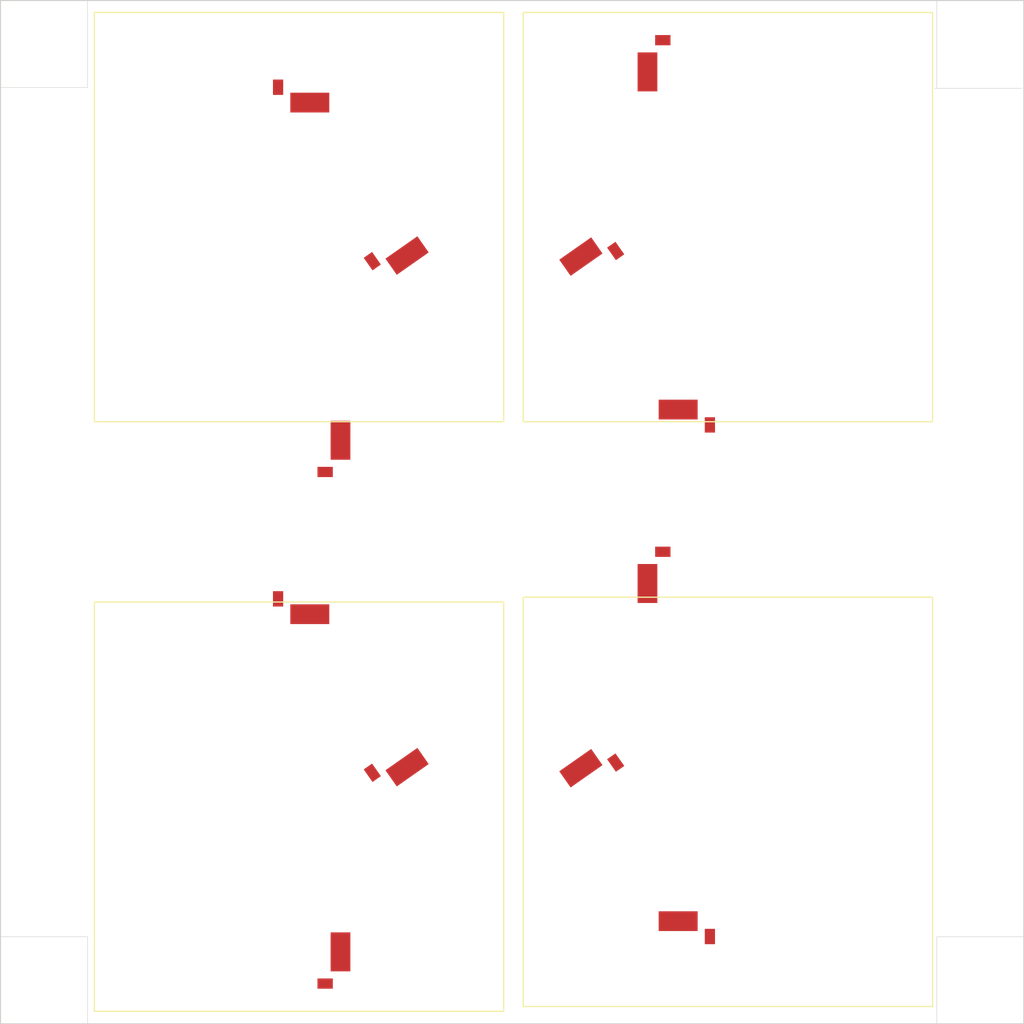
<source format=kicad_pcb>
(kicad_pcb (version 20171130) (host pcbnew 5.1.4+dfsg1-1)

  (general
    (thickness 1.6)
    (drawings 28)
    (tracks 0)
    (zones 0)
    (modules 12)
    (nets 12)
  )

  (page A4)
  (layers
    (0 F.Cu signal hide)
    (31 B.Cu signal hide)
    (32 B.Adhes user hide)
    (33 F.Adhes user hide)
    (34 B.Paste user hide)
    (35 F.Paste user)
    (36 B.SilkS user hide)
    (37 F.SilkS user)
    (38 B.Mask user hide)
    (39 F.Mask user hide)
    (40 Dwgs.User user hide)
    (41 Cmts.User user hide)
    (42 Eco1.User user hide)
    (43 Eco2.User user hide)
    (44 Edge.Cuts user)
    (45 Margin user hide)
    (46 B.CrtYd user hide)
    (47 F.CrtYd user hide)
    (48 B.Fab user hide)
    (49 F.Fab user hide)
  )

  (setup
    (last_trace_width 0.25)
    (trace_clearance 0.2)
    (zone_clearance 0.508)
    (zone_45_only no)
    (trace_min 0.2)
    (via_size 0.8)
    (via_drill 0.4)
    (via_min_size 0.4)
    (via_min_drill 0.3)
    (uvia_size 0.3)
    (uvia_drill 0.1)
    (uvias_allowed no)
    (uvia_min_size 0.2)
    (uvia_min_drill 0.1)
    (edge_width 0.05)
    (segment_width 0.2)
    (pcb_text_width 0.3)
    (pcb_text_size 1.5 1.5)
    (mod_edge_width 0.12)
    (mod_text_size 1 1)
    (mod_text_width 0.15)
    (pad_size 1.524 1.524)
    (pad_drill 0.762)
    (pad_to_mask_clearance 0.051)
    (solder_mask_min_width 0.25)
    (aux_axis_origin 0 0)
    (grid_origin 27.572 22.9922)
    (visible_elements 7FFFF7FF)
    (pcbplotparams
      (layerselection 0x010fc_ffffffff)
      (usegerberextensions false)
      (usegerberattributes false)
      (usegerberadvancedattributes false)
      (creategerberjobfile false)
      (excludeedgelayer true)
      (linewidth 0.100000)
      (plotframeref false)
      (viasonmask false)
      (mode 1)
      (useauxorigin false)
      (hpglpennumber 1)
      (hpglpenspeed 20)
      (hpglpendiameter 15.000000)
      (psnegative false)
      (psa4output false)
      (plotreference true)
      (plotvalue true)
      (plotinvisibletext false)
      (padsonsilk false)
      (subtractmaskfromsilk false)
      (outputformat 1)
      (mirror false)
      (drillshape 1)
      (scaleselection 1)
      (outputdirectory ""))
  )

  (net 0 "")
  (net 1 VCC)
  (net 2 "Net-(SC1-Pad2)")
  (net 3 "Net-(SC2-Pad2)")
  (net 4 "Net-(SC3-Pad2)")
  (net 5 GND)
  (net 6 "Net-(SC5-Pad2)")
  (net 7 "Net-(SC6-Pad2)")
  (net 8 "Net-(SC7-Pad2)")
  (net 9 "Net-(SC10-Pad1)")
  (net 10 "Net-(SC10-Pad2)")
  (net 11 "Net-(SC11-Pad2)")

  (net_class Default "Ceci est la Netclass par défaut."
    (clearance 0.2)
    (trace_width 0.25)
    (via_dia 0.8)
    (via_drill 0.4)
    (uvia_dia 0.3)
    (uvia_drill 0.1)
    (add_net GND)
    (add_net "Net-(SC1-Pad2)")
    (add_net "Net-(SC10-Pad1)")
    (add_net "Net-(SC10-Pad2)")
    (add_net "Net-(SC11-Pad2)")
    (add_net "Net-(SC2-Pad2)")
    (add_net "Net-(SC3-Pad2)")
    (add_net "Net-(SC5-Pad2)")
    (add_net "Net-(SC6-Pad2)")
    (add_net "Net-(SC7-Pad2)")
    (add_net VCC)
  )

  (module Sprite:TRISOLX-T01 (layer F.Cu) (tedit 5E345757) (tstamp 5E39C15C)
    (at 55.799 67.968 270)
    (path /5E39E691)
    (fp_text reference SC12 (at 0 0 90) (layer F.SilkS) hide
      (effects (font (size 1.27 1.27) (thickness 0.15)))
    )
    (fp_text value Solar_Cell (at 0 0 90) (layer F.SilkS) hide
      (effects (font (size 1.27 1.27) (thickness 0.15)))
    )
    (fp_line (start 0.25 0.25) (end -27.277 0.249) (layer F.Fab) (width 0.127))
    (fp_line (start 0.25 0.25) (end 0.25 -10.25) (layer F.Fab) (width 0.127))
    (fp_arc (start 0.169974 40.65044) (end 0.25 -10.25) (angle -25.5) (layer F.Fab) (width 0.127))
    (fp_line (start -21.671 -5.326) (end -27.277 0.249) (layer F.Fab) (width 0.127))
    (fp_poly (pts (xy -0.127 -0.127) (xy -26.373 -0.127) (xy -21.418 -5.065) (xy -19.986138 -5.712486)
      (xy -18.534794 -6.315038) (xy -17.065379 -6.872072) (xy -15.57932 -7.383046) (xy -14.078059 -7.847463)
      (xy -12.563056 -8.264874) (xy -11.035781 -8.634872) (xy -9.497718 -8.957098) (xy -7.950361 -9.231239)
      (xy -6.395213 -9.457029) (xy -4.833784 -9.634249) (xy -3.267591 -9.762726) (xy -1.698155 -9.842335)
      (xy -0.127 -9.873)) (layer Dwgs.User) (width 0))
    (fp_poly (pts (xy 0 0) (xy -26.5 0) (xy -20.45 -6.05) (xy -19.06143 -6.613703)
      (xy -17.656589 -7.135539) (xy -16.236741 -7.615039) (xy -14.80316 -8.051771) (xy -13.357135 -8.445344)
      (xy -11.899964 -8.795404) (xy -10.432957 -9.101637) (xy -8.957431 -9.363766) (xy -7.474712 -9.581558)
      (xy -5.986132 -9.754816) (xy -4.493028 -9.883385) (xy -2.996741 -9.967148) (xy 0 -10)) (layer F.Mask) (width 0))
    (fp_poly (pts (xy 0.03 0.02) (xy -26.55 0.02) (xy -20.45 -6.05) (xy -19.06143 -6.613703)
      (xy -17.656589 -7.135539) (xy -16.236741 -7.615039) (xy -14.80316 -8.051771) (xy -13.357135 -8.445344)
      (xy -11.899964 -8.795404) (xy -10.432957 -9.101637) (xy -8.957431 -9.363766) (xy -7.474712 -9.581558)
      (xy -5.986132 -9.754816) (xy -4.493028 -9.883385) (xy -2.996741 -9.967148) (xy 0 -10)) (layer F.Paste) (width 0))
    (pad 2 smd rect (at -2 -5 270) (size 3.81 1.9304) (layers F.Cu F.Paste F.Mask)
      (net 5 GND) (solder_mask_margin 0.0762) (zone_connect 2))
    (pad 1 smd rect (at 1.1 -3.5 270) (size 1 1.5) (layers F.Cu F.Paste F.Mask)
      (net 11 "Net-(SC11-Pad2)") (solder_mask_margin 0.0762))
  )

  (module Sprite:TRISOLX-T01 (layer F.Cu) (tedit 5E345757) (tstamp 5E39C180)
    (at 95.799 67.968)
    (path /5E39E68B)
    (fp_text reference SC11 (at 0 0) (layer F.SilkS) hide
      (effects (font (size 1.27 1.27) (thickness 0.15)))
    )
    (fp_text value Solar_Cell (at 0 0) (layer F.SilkS) hide
      (effects (font (size 1.27 1.27) (thickness 0.15)))
    )
    (fp_line (start 0.25 0.25) (end -27.277 0.249) (layer F.Fab) (width 0.127))
    (fp_line (start 0.25 0.25) (end 0.25 -10.25) (layer F.Fab) (width 0.127))
    (fp_arc (start 0.169974 40.65044) (end 0.25 -10.25) (angle -25.5) (layer F.Fab) (width 0.127))
    (fp_line (start -21.671 -5.326) (end -27.277 0.249) (layer F.Fab) (width 0.127))
    (fp_poly (pts (xy -0.127 -0.127) (xy -26.373 -0.127) (xy -21.418 -5.065) (xy -19.986138 -5.712486)
      (xy -18.534794 -6.315038) (xy -17.065379 -6.872072) (xy -15.57932 -7.383046) (xy -14.078059 -7.847463)
      (xy -12.563056 -8.264874) (xy -11.035781 -8.634872) (xy -9.497718 -8.957098) (xy -7.950361 -9.231239)
      (xy -6.395213 -9.457029) (xy -4.833784 -9.634249) (xy -3.267591 -9.762726) (xy -1.698155 -9.842335)
      (xy -0.127 -9.873)) (layer Dwgs.User) (width 0))
    (fp_poly (pts (xy 0 0) (xy -26.5 0) (xy -20.45 -6.05) (xy -19.06143 -6.613703)
      (xy -17.656589 -7.135539) (xy -16.236741 -7.615039) (xy -14.80316 -8.051771) (xy -13.357135 -8.445344)
      (xy -11.899964 -8.795404) (xy -10.432957 -9.101637) (xy -8.957431 -9.363766) (xy -7.474712 -9.581558)
      (xy -5.986132 -9.754816) (xy -4.493028 -9.883385) (xy -2.996741 -9.967148) (xy 0 -10)) (layer F.Mask) (width 0))
    (fp_poly (pts (xy 0.03 0.02) (xy -26.55 0.02) (xy -20.45 -6.05) (xy -19.06143 -6.613703)
      (xy -17.656589 -7.135539) (xy -16.236741 -7.615039) (xy -14.80316 -8.051771) (xy -13.357135 -8.445344)
      (xy -11.899964 -8.795404) (xy -10.432957 -9.101637) (xy -8.957431 -9.363766) (xy -7.474712 -9.581558)
      (xy -5.986132 -9.754816) (xy -4.493028 -9.883385) (xy -2.996741 -9.967148) (xy 0 -10)) (layer F.Paste) (width 0))
    (pad 2 smd rect (at -2 -5) (size 3.81 1.9304) (layers F.Cu F.Paste F.Mask)
      (net 11 "Net-(SC11-Pad2)") (solder_mask_margin 0.0762) (zone_connect 2))
    (pad 1 smd rect (at 1.1 -3.5) (size 1 1.5) (layers F.Cu F.Paste F.Mask)
      (net 10 "Net-(SC10-Pad2)") (solder_mask_margin 0.0762))
  )

  (module Sprite:TRISOLX-T01 (layer F.Cu) (tedit 5E345757) (tstamp 5E39C138)
    (at 95.799 27.968 90)
    (path /5E39E685)
    (fp_text reference SC10 (at 0 0 90) (layer F.SilkS) hide
      (effects (font (size 1.27 1.27) (thickness 0.15)))
    )
    (fp_text value Solar_Cell (at 0 0 90) (layer F.SilkS) hide
      (effects (font (size 1.27 1.27) (thickness 0.15)))
    )
    (fp_line (start 0.25 0.25) (end -27.277 0.249) (layer F.Fab) (width 0.127))
    (fp_line (start 0.25 0.25) (end 0.25 -10.25) (layer F.Fab) (width 0.127))
    (fp_arc (start 0.169974 40.65044) (end 0.25 -10.25) (angle -25.5) (layer F.Fab) (width 0.127))
    (fp_line (start -21.671 -5.326) (end -27.277 0.249) (layer F.Fab) (width 0.127))
    (fp_poly (pts (xy -0.127 -0.127) (xy -26.373 -0.127) (xy -21.418 -5.065) (xy -19.986138 -5.712486)
      (xy -18.534794 -6.315038) (xy -17.065379 -6.872072) (xy -15.57932 -7.383046) (xy -14.078059 -7.847463)
      (xy -12.563056 -8.264874) (xy -11.035781 -8.634872) (xy -9.497718 -8.957098) (xy -7.950361 -9.231239)
      (xy -6.395213 -9.457029) (xy -4.833784 -9.634249) (xy -3.267591 -9.762726) (xy -1.698155 -9.842335)
      (xy -0.127 -9.873)) (layer Dwgs.User) (width 0))
    (fp_poly (pts (xy 0 0) (xy -26.5 0) (xy -20.45 -6.05) (xy -19.06143 -6.613703)
      (xy -17.656589 -7.135539) (xy -16.236741 -7.615039) (xy -14.80316 -8.051771) (xy -13.357135 -8.445344)
      (xy -11.899964 -8.795404) (xy -10.432957 -9.101637) (xy -8.957431 -9.363766) (xy -7.474712 -9.581558)
      (xy -5.986132 -9.754816) (xy -4.493028 -9.883385) (xy -2.996741 -9.967148) (xy 0 -10)) (layer F.Mask) (width 0))
    (fp_poly (pts (xy 0.03 0.02) (xy -26.55 0.02) (xy -20.45 -6.05) (xy -19.06143 -6.613703)
      (xy -17.656589 -7.135539) (xy -16.236741 -7.615039) (xy -14.80316 -8.051771) (xy -13.357135 -8.445344)
      (xy -11.899964 -8.795404) (xy -10.432957 -9.101637) (xy -8.957431 -9.363766) (xy -7.474712 -9.581558)
      (xy -5.986132 -9.754816) (xy -4.493028 -9.883385) (xy -2.996741 -9.967148) (xy 0 -10)) (layer F.Paste) (width 0))
    (pad 2 smd rect (at -2 -5 90) (size 3.81 1.9304) (layers F.Cu F.Paste F.Mask)
      (net 10 "Net-(SC10-Pad2)") (solder_mask_margin 0.0762) (zone_connect 2))
    (pad 1 smd rect (at 1.1 -3.5 90) (size 1 1.5) (layers F.Cu F.Paste F.Mask)
      (net 9 "Net-(SC10-Pad1)") (solder_mask_margin 0.0762))
  )

  (module Sprite:TRISOLX-T01 (layer F.Cu) (tedit 5E345757) (tstamp 5E39C06C)
    (at 88.799 100.968 35)
    (path /5E39E67F)
    (fp_text reference SC9 (at 0 0 35) (layer F.SilkS) hide
      (effects (font (size 1.27 1.27) (thickness 0.15)))
    )
    (fp_text value Solar_Cell (at 0 0 35) (layer F.SilkS) hide
      (effects (font (size 1.27 1.27) (thickness 0.15)))
    )
    (fp_line (start 0.25 0.25) (end -27.277 0.249) (layer F.Fab) (width 0.127))
    (fp_line (start 0.25 0.25) (end 0.25 -10.25) (layer F.Fab) (width 0.127))
    (fp_arc (start 0.169974 40.65044) (end 0.25 -10.25) (angle -25.5) (layer F.Fab) (width 0.127))
    (fp_line (start -21.671 -5.326) (end -27.277 0.249) (layer F.Fab) (width 0.127))
    (fp_poly (pts (xy -0.127 -0.127) (xy -26.373 -0.127) (xy -21.418 -5.065) (xy -19.986138 -5.712486)
      (xy -18.534794 -6.315038) (xy -17.065379 -6.872072) (xy -15.57932 -7.383046) (xy -14.078059 -7.847463)
      (xy -12.563056 -8.264874) (xy -11.035781 -8.634872) (xy -9.497718 -8.957098) (xy -7.950361 -9.231239)
      (xy -6.395213 -9.457029) (xy -4.833784 -9.634249) (xy -3.267591 -9.762726) (xy -1.698155 -9.842335)
      (xy -0.127 -9.873)) (layer Dwgs.User) (width 0))
    (fp_poly (pts (xy 0 0) (xy -26.5 0) (xy -20.45 -6.05) (xy -19.06143 -6.613703)
      (xy -17.656589 -7.135539) (xy -16.236741 -7.615039) (xy -14.80316 -8.051771) (xy -13.357135 -8.445344)
      (xy -11.899964 -8.795404) (xy -10.432957 -9.101637) (xy -8.957431 -9.363766) (xy -7.474712 -9.581558)
      (xy -5.986132 -9.754816) (xy -4.493028 -9.883385) (xy -2.996741 -9.967148) (xy 0 -10)) (layer F.Mask) (width 0))
    (fp_poly (pts (xy 0.03 0.02) (xy -26.55 0.02) (xy -20.45 -6.05) (xy -19.06143 -6.613703)
      (xy -17.656589 -7.135539) (xy -16.236741 -7.615039) (xy -14.80316 -8.051771) (xy -13.357135 -8.445344)
      (xy -11.899964 -8.795404) (xy -10.432957 -9.101637) (xy -8.957431 -9.363766) (xy -7.474712 -9.581558)
      (xy -5.986132 -9.754816) (xy -4.493028 -9.883385) (xy -2.996741 -9.967148) (xy 0 -10)) (layer F.Paste) (width 0))
    (pad 2 smd rect (at -2 -5 35) (size 3.81 1.9304) (layers F.Cu F.Paste F.Mask)
      (net 9 "Net-(SC10-Pad1)") (solder_mask_margin 0.0762) (zone_connect 2))
    (pad 1 smd rect (at 1.1 -3.5 35) (size 1 1.5) (layers F.Cu F.Paste F.Mask)
      (net 1 VCC) (solder_mask_margin 0.0762))
  )

  (module Sprite:TRISOLX-T01 (layer F.Cu) (tedit 5E345757) (tstamp 5E39C090)
    (at 55.799 27.968 180)
    (path /5E39D461)
    (fp_text reference SC8 (at 0 0) (layer F.SilkS) hide
      (effects (font (size 1.27 1.27) (thickness 0.15)))
    )
    (fp_text value Solar_Cell (at 0 0) (layer F.SilkS) hide
      (effects (font (size 1.27 1.27) (thickness 0.15)))
    )
    (fp_line (start 0.25 0.25) (end -27.277 0.249) (layer F.Fab) (width 0.127))
    (fp_line (start 0.25 0.25) (end 0.25 -10.25) (layer F.Fab) (width 0.127))
    (fp_arc (start 0.169974 40.65044) (end 0.25 -10.25) (angle -25.5) (layer F.Fab) (width 0.127))
    (fp_line (start -21.671 -5.326) (end -27.277 0.249) (layer F.Fab) (width 0.127))
    (fp_poly (pts (xy -0.127 -0.127) (xy -26.373 -0.127) (xy -21.418 -5.065) (xy -19.986138 -5.712486)
      (xy -18.534794 -6.315038) (xy -17.065379 -6.872072) (xy -15.57932 -7.383046) (xy -14.078059 -7.847463)
      (xy -12.563056 -8.264874) (xy -11.035781 -8.634872) (xy -9.497718 -8.957098) (xy -7.950361 -9.231239)
      (xy -6.395213 -9.457029) (xy -4.833784 -9.634249) (xy -3.267591 -9.762726) (xy -1.698155 -9.842335)
      (xy -0.127 -9.873)) (layer Dwgs.User) (width 0))
    (fp_poly (pts (xy 0 0) (xy -26.5 0) (xy -20.45 -6.05) (xy -19.06143 -6.613703)
      (xy -17.656589 -7.135539) (xy -16.236741 -7.615039) (xy -14.80316 -8.051771) (xy -13.357135 -8.445344)
      (xy -11.899964 -8.795404) (xy -10.432957 -9.101637) (xy -8.957431 -9.363766) (xy -7.474712 -9.581558)
      (xy -5.986132 -9.754816) (xy -4.493028 -9.883385) (xy -2.996741 -9.967148) (xy 0 -10)) (layer F.Mask) (width 0))
    (fp_poly (pts (xy 0.03 0.02) (xy -26.55 0.02) (xy -20.45 -6.05) (xy -19.06143 -6.613703)
      (xy -17.656589 -7.135539) (xy -16.236741 -7.615039) (xy -14.80316 -8.051771) (xy -13.357135 -8.445344)
      (xy -11.899964 -8.795404) (xy -10.432957 -9.101637) (xy -8.957431 -9.363766) (xy -7.474712 -9.581558)
      (xy -5.986132 -9.754816) (xy -4.493028 -9.883385) (xy -2.996741 -9.967148) (xy 0 -10)) (layer F.Paste) (width 0))
    (pad 2 smd rect (at -2 -5 180) (size 3.81 1.9304) (layers F.Cu F.Paste F.Mask)
      (net 5 GND) (solder_mask_margin 0.0762) (zone_connect 2))
    (pad 1 smd rect (at 1.1 -3.5 180) (size 1 1.5) (layers F.Cu F.Paste F.Mask)
      (net 8 "Net-(SC7-Pad2)") (solder_mask_margin 0.0762))
  )

  (module Sprite:TRISOLX-T01 (layer F.Cu) (tedit 5E345757) (tstamp 5E39C0B4)
    (at 62.799 94.968 215)
    (path /5E39D45B)
    (fp_text reference SC7 (at 0 0 35) (layer F.SilkS) hide
      (effects (font (size 1.27 1.27) (thickness 0.15)))
    )
    (fp_text value Solar_Cell (at 0 0 35) (layer F.SilkS) hide
      (effects (font (size 1.27 1.27) (thickness 0.15)))
    )
    (fp_line (start 0.25 0.25) (end -27.277 0.249) (layer F.Fab) (width 0.127))
    (fp_line (start 0.25 0.25) (end 0.25 -10.25) (layer F.Fab) (width 0.127))
    (fp_arc (start 0.169974 40.65044) (end 0.25 -10.25) (angle -25.5) (layer F.Fab) (width 0.127))
    (fp_line (start -21.671 -5.326) (end -27.277 0.249) (layer F.Fab) (width 0.127))
    (fp_poly (pts (xy -0.127 -0.127) (xy -26.373 -0.127) (xy -21.418 -5.065) (xy -19.986138 -5.712486)
      (xy -18.534794 -6.315038) (xy -17.065379 -6.872072) (xy -15.57932 -7.383046) (xy -14.078059 -7.847463)
      (xy -12.563056 -8.264874) (xy -11.035781 -8.634872) (xy -9.497718 -8.957098) (xy -7.950361 -9.231239)
      (xy -6.395213 -9.457029) (xy -4.833784 -9.634249) (xy -3.267591 -9.762726) (xy -1.698155 -9.842335)
      (xy -0.127 -9.873)) (layer Dwgs.User) (width 0))
    (fp_poly (pts (xy 0 0) (xy -26.5 0) (xy -20.45 -6.05) (xy -19.06143 -6.613703)
      (xy -17.656589 -7.135539) (xy -16.236741 -7.615039) (xy -14.80316 -8.051771) (xy -13.357135 -8.445344)
      (xy -11.899964 -8.795404) (xy -10.432957 -9.101637) (xy -8.957431 -9.363766) (xy -7.474712 -9.581558)
      (xy -5.986132 -9.754816) (xy -4.493028 -9.883385) (xy -2.996741 -9.967148) (xy 0 -10)) (layer F.Mask) (width 0))
    (fp_poly (pts (xy 0.03 0.02) (xy -26.55 0.02) (xy -20.45 -6.05) (xy -19.06143 -6.613703)
      (xy -17.656589 -7.135539) (xy -16.236741 -7.615039) (xy -14.80316 -8.051771) (xy -13.357135 -8.445344)
      (xy -11.899964 -8.795404) (xy -10.432957 -9.101637) (xy -8.957431 -9.363766) (xy -7.474712 -9.581558)
      (xy -5.986132 -9.754816) (xy -4.493028 -9.883385) (xy -2.996741 -9.967148) (xy 0 -10)) (layer F.Paste) (width 0))
    (pad 2 smd rect (at -2 -5 215) (size 3.81 1.9304) (layers F.Cu F.Paste F.Mask)
      (net 8 "Net-(SC7-Pad2)") (solder_mask_margin 0.0762) (zone_connect 2))
    (pad 1 smd rect (at 1.1 -3.5 215) (size 1 1.5) (layers F.Cu F.Paste F.Mask)
      (net 7 "Net-(SC6-Pad2)") (solder_mask_margin 0.0762))
  )

  (module Sprite:TRISOLX-T01 (layer F.Cu) (tedit 5E345757) (tstamp 5E39C0D8)
    (at 62.799 44.968 215)
    (path /5E39D455)
    (fp_text reference SC6 (at 0 0 35) (layer F.SilkS) hide
      (effects (font (size 1.27 1.27) (thickness 0.15)))
    )
    (fp_text value Solar_Cell (at 0 0 35) (layer F.SilkS) hide
      (effects (font (size 1.27 1.27) (thickness 0.15)))
    )
    (fp_line (start 0.25 0.25) (end -27.277 0.249) (layer F.Fab) (width 0.127))
    (fp_line (start 0.25 0.25) (end 0.25 -10.25) (layer F.Fab) (width 0.127))
    (fp_arc (start 0.169974 40.65044) (end 0.25 -10.25) (angle -25.5) (layer F.Fab) (width 0.127))
    (fp_line (start -21.671 -5.326) (end -27.277 0.249) (layer F.Fab) (width 0.127))
    (fp_poly (pts (xy -0.127 -0.127) (xy -26.373 -0.127) (xy -21.418 -5.065) (xy -19.986138 -5.712486)
      (xy -18.534794 -6.315038) (xy -17.065379 -6.872072) (xy -15.57932 -7.383046) (xy -14.078059 -7.847463)
      (xy -12.563056 -8.264874) (xy -11.035781 -8.634872) (xy -9.497718 -8.957098) (xy -7.950361 -9.231239)
      (xy -6.395213 -9.457029) (xy -4.833784 -9.634249) (xy -3.267591 -9.762726) (xy -1.698155 -9.842335)
      (xy -0.127 -9.873)) (layer Dwgs.User) (width 0))
    (fp_poly (pts (xy 0 0) (xy -26.5 0) (xy -20.45 -6.05) (xy -19.06143 -6.613703)
      (xy -17.656589 -7.135539) (xy -16.236741 -7.615039) (xy -14.80316 -8.051771) (xy -13.357135 -8.445344)
      (xy -11.899964 -8.795404) (xy -10.432957 -9.101637) (xy -8.957431 -9.363766) (xy -7.474712 -9.581558)
      (xy -5.986132 -9.754816) (xy -4.493028 -9.883385) (xy -2.996741 -9.967148) (xy 0 -10)) (layer F.Mask) (width 0))
    (fp_poly (pts (xy 0.03 0.02) (xy -26.55 0.02) (xy -20.45 -6.05) (xy -19.06143 -6.613703)
      (xy -17.656589 -7.135539) (xy -16.236741 -7.615039) (xy -14.80316 -8.051771) (xy -13.357135 -8.445344)
      (xy -11.899964 -8.795404) (xy -10.432957 -9.101637) (xy -8.957431 -9.363766) (xy -7.474712 -9.581558)
      (xy -5.986132 -9.754816) (xy -4.493028 -9.883385) (xy -2.996741 -9.967148) (xy 0 -10)) (layer F.Paste) (width 0))
    (pad 2 smd rect (at -2 -5 215) (size 3.81 1.9304) (layers F.Cu F.Paste F.Mask)
      (net 7 "Net-(SC6-Pad2)") (solder_mask_margin 0.0762) (zone_connect 2))
    (pad 1 smd rect (at 1.1 -3.5 215) (size 1 1.5) (layers F.Cu F.Paste F.Mask)
      (net 6 "Net-(SC5-Pad2)") (solder_mask_margin 0.0762))
  )

  (module Sprite:TRISOLX-T01 (layer F.Cu) (tedit 5E345757) (tstamp 5E39C0FC)
    (at 88.799 50.968 35)
    (path /5E39D44F)
    (fp_text reference SC5 (at 0 0 35) (layer F.SilkS) hide
      (effects (font (size 1.27 1.27) (thickness 0.15)))
    )
    (fp_text value Solar_Cell (at 0 0 35) (layer F.SilkS) hide
      (effects (font (size 1.27 1.27) (thickness 0.15)))
    )
    (fp_line (start 0.25 0.25) (end -27.277 0.249) (layer F.Fab) (width 0.127))
    (fp_line (start 0.25 0.25) (end 0.25 -10.25) (layer F.Fab) (width 0.127))
    (fp_arc (start 0.169974 40.65044) (end 0.25 -10.25) (angle -25.5) (layer F.Fab) (width 0.127))
    (fp_line (start -21.671 -5.326) (end -27.277 0.249) (layer F.Fab) (width 0.127))
    (fp_poly (pts (xy -0.127 -0.127) (xy -26.373 -0.127) (xy -21.418 -5.065) (xy -19.986138 -5.712486)
      (xy -18.534794 -6.315038) (xy -17.065379 -6.872072) (xy -15.57932 -7.383046) (xy -14.078059 -7.847463)
      (xy -12.563056 -8.264874) (xy -11.035781 -8.634872) (xy -9.497718 -8.957098) (xy -7.950361 -9.231239)
      (xy -6.395213 -9.457029) (xy -4.833784 -9.634249) (xy -3.267591 -9.762726) (xy -1.698155 -9.842335)
      (xy -0.127 -9.873)) (layer Dwgs.User) (width 0))
    (fp_poly (pts (xy 0 0) (xy -26.5 0) (xy -20.45 -6.05) (xy -19.06143 -6.613703)
      (xy -17.656589 -7.135539) (xy -16.236741 -7.615039) (xy -14.80316 -8.051771) (xy -13.357135 -8.445344)
      (xy -11.899964 -8.795404) (xy -10.432957 -9.101637) (xy -8.957431 -9.363766) (xy -7.474712 -9.581558)
      (xy -5.986132 -9.754816) (xy -4.493028 -9.883385) (xy -2.996741 -9.967148) (xy 0 -10)) (layer F.Mask) (width 0))
    (fp_poly (pts (xy 0.03 0.02) (xy -26.55 0.02) (xy -20.45 -6.05) (xy -19.06143 -6.613703)
      (xy -17.656589 -7.135539) (xy -16.236741 -7.615039) (xy -14.80316 -8.051771) (xy -13.357135 -8.445344)
      (xy -11.899964 -8.795404) (xy -10.432957 -9.101637) (xy -8.957431 -9.363766) (xy -7.474712 -9.581558)
      (xy -5.986132 -9.754816) (xy -4.493028 -9.883385) (xy -2.996741 -9.967148) (xy 0 -10)) (layer F.Paste) (width 0))
    (pad 2 smd rect (at -2 -5 35) (size 3.81 1.9304) (layers F.Cu F.Paste F.Mask)
      (net 6 "Net-(SC5-Pad2)") (solder_mask_margin 0.0762) (zone_connect 2))
    (pad 1 smd rect (at 1.1 -3.5 35) (size 1 1.5) (layers F.Cu F.Paste F.Mask)
      (net 1 VCC) (solder_mask_margin 0.0762))
  )

  (module Sprite:TRISOLX-T01 (layer F.Cu) (tedit 5E345757) (tstamp 5E39C1EC)
    (at 55.799 77.968 180)
    (path /5E356626)
    (fp_text reference SC1 (at 0 0) (layer F.SilkS) hide
      (effects (font (size 1.27 1.27) (thickness 0.15)))
    )
    (fp_text value Solar_Cell (at 0 0) (layer F.SilkS) hide
      (effects (font (size 1.27 1.27) (thickness 0.15)))
    )
    (fp_line (start 0.25 0.25) (end -27.277 0.249) (layer F.Fab) (width 0.127))
    (fp_line (start 0.25 0.25) (end 0.25 -10.25) (layer F.Fab) (width 0.127))
    (fp_arc (start 0.169974 40.65044) (end 0.25 -10.25) (angle -25.5) (layer F.Fab) (width 0.127))
    (fp_line (start -21.671 -5.326) (end -27.277 0.249) (layer F.Fab) (width 0.127))
    (fp_poly (pts (xy -0.127 -0.127) (xy -26.373 -0.127) (xy -21.418 -5.065) (xy -19.986138 -5.712486)
      (xy -18.534794 -6.315038) (xy -17.065379 -6.872072) (xy -15.57932 -7.383046) (xy -14.078059 -7.847463)
      (xy -12.563056 -8.264874) (xy -11.035781 -8.634872) (xy -9.497718 -8.957098) (xy -7.950361 -9.231239)
      (xy -6.395213 -9.457029) (xy -4.833784 -9.634249) (xy -3.267591 -9.762726) (xy -1.698155 -9.842335)
      (xy -0.127 -9.873)) (layer Dwgs.User) (width 0))
    (fp_poly (pts (xy 0 0) (xy -26.5 0) (xy -20.45 -6.05) (xy -19.06143 -6.613703)
      (xy -17.656589 -7.135539) (xy -16.236741 -7.615039) (xy -14.80316 -8.051771) (xy -13.357135 -8.445344)
      (xy -11.899964 -8.795404) (xy -10.432957 -9.101637) (xy -8.957431 -9.363766) (xy -7.474712 -9.581558)
      (xy -5.986132 -9.754816) (xy -4.493028 -9.883385) (xy -2.996741 -9.967148) (xy 0 -10)) (layer F.Mask) (width 0))
    (fp_poly (pts (xy 0.03 0.02) (xy -26.55 0.02) (xy -20.45 -6.05) (xy -19.06143 -6.613703)
      (xy -17.656589 -7.135539) (xy -16.236741 -7.615039) (xy -14.80316 -8.051771) (xy -13.357135 -8.445344)
      (xy -11.899964 -8.795404) (xy -10.432957 -9.101637) (xy -8.957431 -9.363766) (xy -7.474712 -9.581558)
      (xy -5.986132 -9.754816) (xy -4.493028 -9.883385) (xy -2.996741 -9.967148) (xy 0 -10)) (layer F.Paste) (width 0))
    (pad 2 smd rect (at -2 -5 180) (size 3.81 1.9304) (layers F.Cu F.Paste F.Mask)
      (net 2 "Net-(SC1-Pad2)") (solder_mask_margin 0.0762) (zone_connect 2))
    (pad 1 smd rect (at 1.1 -3.5 180) (size 1 1.5) (layers F.Cu F.Paste F.Mask)
      (net 1 VCC) (solder_mask_margin 0.0762))
  )

  (module Sprite:TRISOLX-T01 (layer F.Cu) (tedit 5E345757) (tstamp 5E39C210)
    (at 55.799 117.968 270)
    (path /5E3572C7)
    (fp_text reference SC2 (at 0 0 90) (layer F.SilkS) hide
      (effects (font (size 1.27 1.27) (thickness 0.15)))
    )
    (fp_text value Solar_Cell (at 0 0 90) (layer F.SilkS) hide
      (effects (font (size 1.27 1.27) (thickness 0.15)))
    )
    (fp_line (start 0.25 0.25) (end -27.277 0.249) (layer F.Fab) (width 0.127))
    (fp_line (start 0.25 0.25) (end 0.25 -10.25) (layer F.Fab) (width 0.127))
    (fp_arc (start 0.169974 40.65044) (end 0.25 -10.25) (angle -25.5) (layer F.Fab) (width 0.127))
    (fp_line (start -21.671 -5.326) (end -27.277 0.249) (layer F.Fab) (width 0.127))
    (fp_poly (pts (xy -0.127 -0.127) (xy -26.373 -0.127) (xy -21.418 -5.065) (xy -19.986138 -5.712486)
      (xy -18.534794 -6.315038) (xy -17.065379 -6.872072) (xy -15.57932 -7.383046) (xy -14.078059 -7.847463)
      (xy -12.563056 -8.264874) (xy -11.035781 -8.634872) (xy -9.497718 -8.957098) (xy -7.950361 -9.231239)
      (xy -6.395213 -9.457029) (xy -4.833784 -9.634249) (xy -3.267591 -9.762726) (xy -1.698155 -9.842335)
      (xy -0.127 -9.873)) (layer Dwgs.User) (width 0))
    (fp_poly (pts (xy 0 0) (xy -26.5 0) (xy -20.45 -6.05) (xy -19.06143 -6.613703)
      (xy -17.656589 -7.135539) (xy -16.236741 -7.615039) (xy -14.80316 -8.051771) (xy -13.357135 -8.445344)
      (xy -11.899964 -8.795404) (xy -10.432957 -9.101637) (xy -8.957431 -9.363766) (xy -7.474712 -9.581558)
      (xy -5.986132 -9.754816) (xy -4.493028 -9.883385) (xy -2.996741 -9.967148) (xy 0 -10)) (layer F.Mask) (width 0))
    (fp_poly (pts (xy 0.03 0.02) (xy -26.55 0.02) (xy -20.45 -6.05) (xy -19.06143 -6.613703)
      (xy -17.656589 -7.135539) (xy -16.236741 -7.615039) (xy -14.80316 -8.051771) (xy -13.357135 -8.445344)
      (xy -11.899964 -8.795404) (xy -10.432957 -9.101637) (xy -8.957431 -9.363766) (xy -7.474712 -9.581558)
      (xy -5.986132 -9.754816) (xy -4.493028 -9.883385) (xy -2.996741 -9.967148) (xy 0 -10)) (layer F.Paste) (width 0))
    (pad 2 smd rect (at -2 -5 270) (size 3.81 1.9304) (layers F.Cu F.Paste F.Mask)
      (net 3 "Net-(SC2-Pad2)") (solder_mask_margin 0.0762) (zone_connect 2))
    (pad 1 smd rect (at 1.1 -3.5 270) (size 1 1.5) (layers F.Cu F.Paste F.Mask)
      (net 2 "Net-(SC1-Pad2)") (solder_mask_margin 0.0762))
  )

  (module Sprite:TRISOLX-T01 (layer F.Cu) (tedit 5E345757) (tstamp 5E39C1C8)
    (at 95.799 117.968)
    (path /5E357C03)
    (fp_text reference SC3 (at 0 0) (layer F.SilkS) hide
      (effects (font (size 1.27 1.27) (thickness 0.15)))
    )
    (fp_text value Solar_Cell (at 0 0) (layer F.SilkS) hide
      (effects (font (size 1.27 1.27) (thickness 0.15)))
    )
    (fp_line (start 0.25 0.25) (end -27.277 0.249) (layer F.Fab) (width 0.127))
    (fp_line (start 0.25 0.25) (end 0.25 -10.25) (layer F.Fab) (width 0.127))
    (fp_arc (start 0.169974 40.65044) (end 0.25 -10.25) (angle -25.5) (layer F.Fab) (width 0.127))
    (fp_line (start -21.671 -5.326) (end -27.277 0.249) (layer F.Fab) (width 0.127))
    (fp_poly (pts (xy -0.127 -0.127) (xy -26.373 -0.127) (xy -21.418 -5.065) (xy -19.986138 -5.712486)
      (xy -18.534794 -6.315038) (xy -17.065379 -6.872072) (xy -15.57932 -7.383046) (xy -14.078059 -7.847463)
      (xy -12.563056 -8.264874) (xy -11.035781 -8.634872) (xy -9.497718 -8.957098) (xy -7.950361 -9.231239)
      (xy -6.395213 -9.457029) (xy -4.833784 -9.634249) (xy -3.267591 -9.762726) (xy -1.698155 -9.842335)
      (xy -0.127 -9.873)) (layer Dwgs.User) (width 0))
    (fp_poly (pts (xy 0 0) (xy -26.5 0) (xy -20.45 -6.05) (xy -19.06143 -6.613703)
      (xy -17.656589 -7.135539) (xy -16.236741 -7.615039) (xy -14.80316 -8.051771) (xy -13.357135 -8.445344)
      (xy -11.899964 -8.795404) (xy -10.432957 -9.101637) (xy -8.957431 -9.363766) (xy -7.474712 -9.581558)
      (xy -5.986132 -9.754816) (xy -4.493028 -9.883385) (xy -2.996741 -9.967148) (xy 0 -10)) (layer F.Mask) (width 0))
    (fp_poly (pts (xy 0.03 0.02) (xy -26.55 0.02) (xy -20.45 -6.05) (xy -19.06143 -6.613703)
      (xy -17.656589 -7.135539) (xy -16.236741 -7.615039) (xy -14.80316 -8.051771) (xy -13.357135 -8.445344)
      (xy -11.899964 -8.795404) (xy -10.432957 -9.101637) (xy -8.957431 -9.363766) (xy -7.474712 -9.581558)
      (xy -5.986132 -9.754816) (xy -4.493028 -9.883385) (xy -2.996741 -9.967148) (xy 0 -10)) (layer F.Paste) (width 0))
    (pad 2 smd rect (at -2 -5) (size 3.81 1.9304) (layers F.Cu F.Paste F.Mask)
      (net 4 "Net-(SC3-Pad2)") (solder_mask_margin 0.0762) (zone_connect 2))
    (pad 1 smd rect (at 1.1 -3.5) (size 1 1.5) (layers F.Cu F.Paste F.Mask)
      (net 3 "Net-(SC2-Pad2)") (solder_mask_margin 0.0762))
  )

  (module Sprite:TRISOLX-T01 (layer F.Cu) (tedit 5E345757) (tstamp 5E39C1A4)
    (at 95.799 77.968 90)
    (path /5E357FF3)
    (fp_text reference SC4 (at 0 0 90) (layer F.SilkS) hide
      (effects (font (size 1.27 1.27) (thickness 0.15)))
    )
    (fp_text value Solar_Cell (at 0 0 90) (layer F.SilkS) hide
      (effects (font (size 1.27 1.27) (thickness 0.15)))
    )
    (fp_line (start 0.25 0.25) (end -27.277 0.249) (layer F.Fab) (width 0.127))
    (fp_line (start 0.25 0.25) (end 0.25 -10.25) (layer F.Fab) (width 0.127))
    (fp_arc (start 0.169974 40.65044) (end 0.25 -10.25) (angle -25.5) (layer F.Fab) (width 0.127))
    (fp_line (start -21.671 -5.326) (end -27.277 0.249) (layer F.Fab) (width 0.127))
    (fp_poly (pts (xy -0.127 -0.127) (xy -26.373 -0.127) (xy -21.418 -5.065) (xy -19.986138 -5.712486)
      (xy -18.534794 -6.315038) (xy -17.065379 -6.872072) (xy -15.57932 -7.383046) (xy -14.078059 -7.847463)
      (xy -12.563056 -8.264874) (xy -11.035781 -8.634872) (xy -9.497718 -8.957098) (xy -7.950361 -9.231239)
      (xy -6.395213 -9.457029) (xy -4.833784 -9.634249) (xy -3.267591 -9.762726) (xy -1.698155 -9.842335)
      (xy -0.127 -9.873)) (layer Dwgs.User) (width 0))
    (fp_poly (pts (xy 0 0) (xy -26.5 0) (xy -20.45 -6.05) (xy -19.06143 -6.613703)
      (xy -17.656589 -7.135539) (xy -16.236741 -7.615039) (xy -14.80316 -8.051771) (xy -13.357135 -8.445344)
      (xy -11.899964 -8.795404) (xy -10.432957 -9.101637) (xy -8.957431 -9.363766) (xy -7.474712 -9.581558)
      (xy -5.986132 -9.754816) (xy -4.493028 -9.883385) (xy -2.996741 -9.967148) (xy 0 -10)) (layer F.Mask) (width 0))
    (fp_poly (pts (xy 0.03 0.02) (xy -26.55 0.02) (xy -20.45 -6.05) (xy -19.06143 -6.613703)
      (xy -17.656589 -7.135539) (xy -16.236741 -7.615039) (xy -14.80316 -8.051771) (xy -13.357135 -8.445344)
      (xy -11.899964 -8.795404) (xy -10.432957 -9.101637) (xy -8.957431 -9.363766) (xy -7.474712 -9.581558)
      (xy -5.986132 -9.754816) (xy -4.493028 -9.883385) (xy -2.996741 -9.967148) (xy 0 -10)) (layer F.Paste) (width 0))
    (pad 2 smd rect (at -2 -5 90) (size 3.81 1.9304) (layers F.Cu F.Paste F.Mask)
      (net 5 GND) (solder_mask_margin 0.0762) (zone_connect 2))
    (pad 1 smd rect (at 1.1 -3.5 90) (size 1 1.5) (layers F.Cu F.Paste F.Mask)
      (net 4 "Net-(SC3-Pad2)") (solder_mask_margin 0.0762))
  )

  (gr_line (start 78.659 81.308) (end 118.659 81.308) (layer F.SilkS) (width 0.12) (tstamp 5E3D62D0))
  (gr_line (start 78.659 81.308) (end 78.659 121.308) (layer F.SilkS) (width 0.12) (tstamp 5E3D62CF))
  (gr_line (start 118.659 81.308) (end 118.659 121.308) (layer F.SilkS) (width 0.12) (tstamp 5E3D62CE))
  (gr_line (start 78.659 121.308) (end 118.659 121.308) (layer F.SilkS) (width 0.12) (tstamp 5E3D62CD))
  (gr_line (start 78.659 24.158) (end 118.659 24.158) (layer F.SilkS) (width 0.12) (tstamp 5E3D62D0))
  (gr_line (start 78.659 24.158) (end 78.659 64.158) (layer F.SilkS) (width 0.12) (tstamp 5E3D62CF))
  (gr_line (start 118.659 24.158) (end 118.659 64.158) (layer F.SilkS) (width 0.12) (tstamp 5E3D62CE))
  (gr_line (start 78.659 64.158) (end 118.659 64.158) (layer F.SilkS) (width 0.12) (tstamp 5E3D62CD))
  (gr_line (start 36.749 121.778) (end 76.749 121.778) (layer F.SilkS) (width 0.12) (tstamp 5E39C11E))
  (gr_line (start 76.749 81.778) (end 76.749 121.778) (layer F.SilkS) (width 0.12) (tstamp 5E39C11B))
  (gr_line (start 36.749 81.778) (end 76.749 81.778) (layer F.SilkS) (width 0.12) (tstamp 5E39C115))
  (gr_line (start 36.749 81.778) (end 36.749 121.778) (layer F.SilkS) (width 0.12) (tstamp 5E39C118))
  (gr_line (start 36.749 24.158) (end 36.749 64.158) (layer F.SilkS) (width 0.12) (tstamp 5E39C12A))
  (gr_line (start 36.749 64.158) (end 76.749 64.158) (layer F.SilkS) (width 0.12) (tstamp 5E39C121))
  (gr_line (start 76.749 24.158) (end 76.749 64.158) (layer F.SilkS) (width 0.12) (tstamp 5E39C124))
  (gr_line (start 36.749 24.158) (end 76.749 24.158) (layer F.SilkS) (width 0.12) (tstamp 5E39C127))
  (gr_line (start 36.072 114.4922) (end 27.572 114.4922) (layer Edge.Cuts) (width 0.05) (tstamp 5E3994F6))
  (gr_line (start 36.072 122.9922) (end 36.072 114.4922) (layer Edge.Cuts) (width 0.05) (tstamp 5E3994F5))
  (gr_line (start 119.072 114.4922) (end 119.072 122.9922) (layer Edge.Cuts) (width 0.05) (tstamp 5E3994F6))
  (gr_line (start 127.572 114.4922) (end 119.072 114.4922) (layer Edge.Cuts) (width 0.05) (tstamp 5E3994F5))
  (gr_line (start 36.072 31.4922) (end 36.072 22.9922) (layer Edge.Cuts) (width 0.05) (tstamp 5E3994F6))
  (gr_line (start 27.572 31.4922) (end 36.072 31.4922) (layer Edge.Cuts) (width 0.05) (tstamp 5E3994F5))
  (gr_line (start 118.872 31.5722) (end 127.372 31.5722) (layer Edge.Cuts) (width 0.05))
  (gr_line (start 119.072 22.9922) (end 119.072 31.4922) (layer Edge.Cuts) (width 0.05))
  (gr_line (start 27.572 22.9922) (end 27.572 122.9922) (layer Edge.Cuts) (width 0.1) (tstamp 5E3993E8))
  (gr_line (start 27.572 122.9922) (end 127.572 122.9922) (layer Edge.Cuts) (width 0.1) (tstamp 5E3993A6))
  (gr_line (start 127.572 22.9922) (end 127.572 122.9922) (layer Edge.Cuts) (width 0.1) (tstamp 5E3993A6))
  (gr_line (start 27.572 22.9922) (end 127.572 22.9922) (layer Edge.Cuts) (width 0.1))

)

</source>
